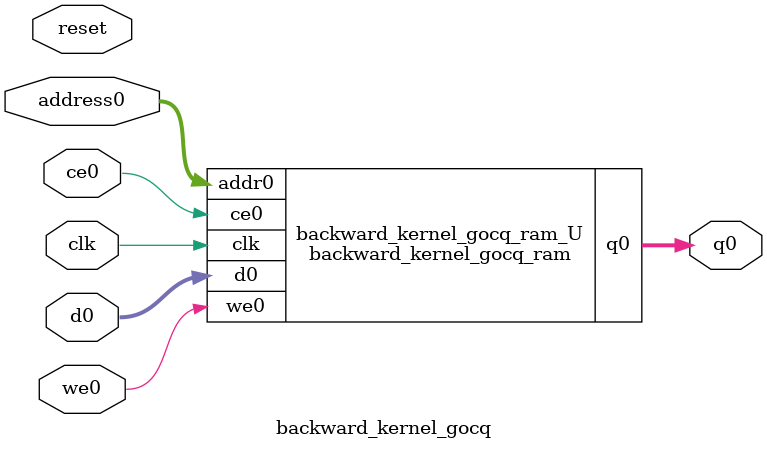
<source format=v>
`timescale 1 ns / 1 ps
module backward_kernel_gocq_ram (addr0, ce0, d0, we0, q0,  clk);

parameter DWIDTH = 32;
parameter AWIDTH = 4;
parameter MEM_SIZE = 9;

input[AWIDTH-1:0] addr0;
input ce0;
input[DWIDTH-1:0] d0;
input we0;
output reg[DWIDTH-1:0] q0;
input clk;

(* ram_style = "distributed" *)reg [DWIDTH-1:0] ram[0:MEM_SIZE-1];




always @(posedge clk)  
begin 
    if (ce0) 
    begin
        if (we0) 
        begin 
            ram[addr0] <= d0; 
        end 
        q0 <= ram[addr0];
    end
end


endmodule

`timescale 1 ns / 1 ps
module backward_kernel_gocq(
    reset,
    clk,
    address0,
    ce0,
    we0,
    d0,
    q0);

parameter DataWidth = 32'd32;
parameter AddressRange = 32'd9;
parameter AddressWidth = 32'd4;
input reset;
input clk;
input[AddressWidth - 1:0] address0;
input ce0;
input we0;
input[DataWidth - 1:0] d0;
output[DataWidth - 1:0] q0;



backward_kernel_gocq_ram backward_kernel_gocq_ram_U(
    .clk( clk ),
    .addr0( address0 ),
    .ce0( ce0 ),
    .we0( we0 ),
    .d0( d0 ),
    .q0( q0 ));

endmodule


</source>
